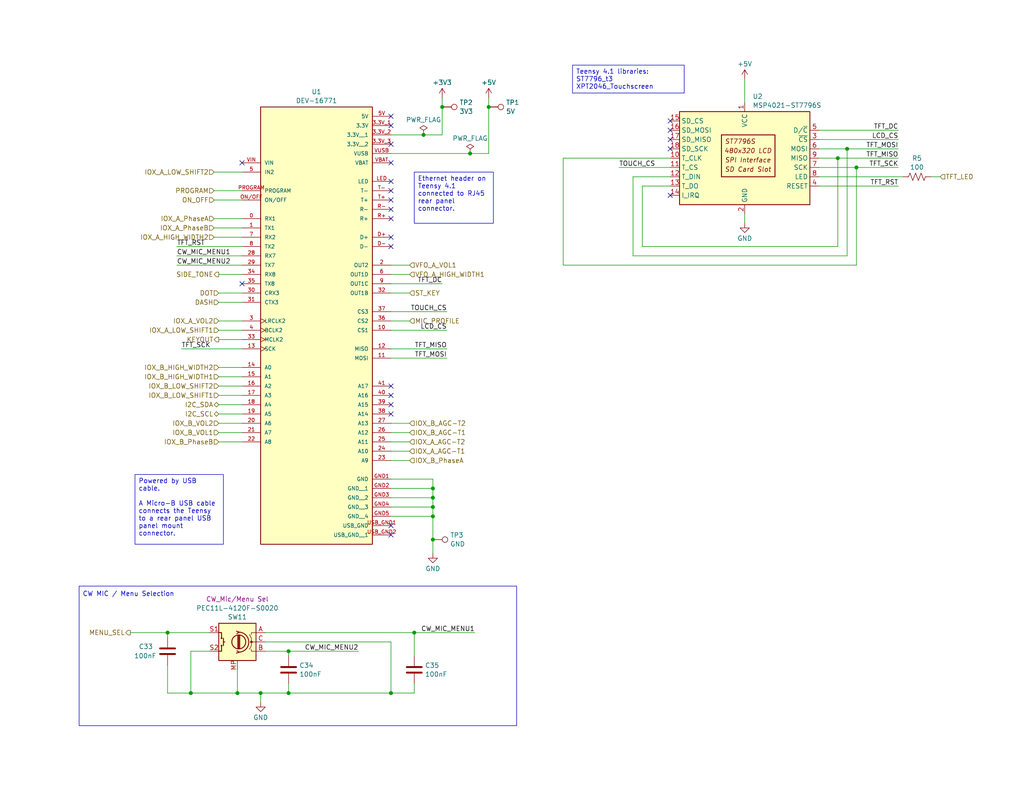
<source format=kicad_sch>
(kicad_sch (version 20250114) (generator "eeschema") (generator_version "9.0")
  (paper "USLetter")
  (title_block (title "KD0RC TeensyMaestro") (date "2025-07-27") (rev "v3.0") (company "NV0E") (comment 1 "Based on original design by KD0RC.") (comment 3 "PCB design by NV0E"))
  (lib_symbols
    (symbol "Connector:TestPoint" (pin_numbers (hide yes)) (pin_names (offset 0.762) (hide yes))
      (property "Reference" "TP" (at 0 6.858 0))
      (property "Value" "TestPoint" (at 0 5.08 0))
      (symbol "TestPoint_0_1"
        (circle (center 0 3.302) (radius 0.762))
      )
      (symbol "TestPoint_1_1"
        (pin passive line (at 0 0 90) (length 2.54) (name "1") (number "1"))
      )
    )
    (symbol "DEV-16771:DEV-16771" (pin_names (offset 1.016))
      (property "Reference" "U" (at -15.24 52.07 0))
      (property "Value" "DEV-16771" (at -15.24 -71.12 0))
      (symbol "DEV-16771_0_0"
        (rectangle (start -15.24 -68.58) (end 15.24 50.8) (stroke (width 0.254)) (fill (type background)))
        (pin input line (at -20.32 35.56 0) (length 5.08) (name "VIN") (number "VIN"))
        (pin bidirectional line (at -20.32 33.02 0) (length 5.08) (name "IN2") (number "5"))
        (pin bidirectional line (at -20.32 27.94 0) (length 5.08) (name "PROGRAM") (number "PROGRAM"))
        (pin bidirectional line (at -20.32 25.4 0) (length 5.08) (name "ON/OFF") (number "ON/OFF"))
        (pin bidirectional line (at -20.32 20.32 0) (length 5.08) (name "RX1") (number "0"))
        (pin bidirectional line (at -20.32 17.78 0) (length 5.08) (name "TX1") (number "1"))
        (pin bidirectional line (at -20.32 15.24 0) (length 5.08) (name "RX2") (number "7"))
        (pin bidirectional line (at -20.32 12.7 0) (length 5.08) (name "TX2") (number "8"))
        (pin bidirectional line (at -20.32 10.16 0) (length 5.08) (name "RX7") (number "28"))
        (pin bidirectional line (at -20.32 7.62 0) (length 5.08) (name "TX7") (number "29"))
        (pin bidirectional line (at -20.32 5.08 0) (length 5.08) (name "RX8") (number "34"))
        (pin bidirectional line (at -20.32 2.54 0) (length 5.08) (name "TX8") (number "35"))
        (pin bidirectional line (at -20.32 0 0) (length 5.08) (name "CRX3") (number "30"))
        (pin bidirectional line (at -20.32 -2.54 0) (length 5.08) (name "CTX3") (number "31"))
        (pin bidirectional clock (at -20.32 -7.62 0) (length 5.08) (name "LRCLK2") (number "3"))
        (pin bidirectional clock (at -20.32 -10.16 0) (length 5.08) (name "BCLK2") (number "4"))
        (pin bidirectional clock (at -20.32 -12.7 0) (length 5.08) (name "MCLK2") (number "33"))
        (pin bidirectional clock (at -20.32 -15.24 0) (length 5.08) (name "SCK") (number "13"))
        (pin bidirectional line (at -20.32 -20.32 0) (length 5.08) (name "A0") (number "14"))
        (pin bidirectional line (at -20.32 -22.86 0) (length 5.08) (name "A1") (number "15"))
        (pin bidirectional line (at -20.32 -25.4 0) (length 5.08) (name "A2") (number "16"))
        (pin bidirectional line (at -20.32 -27.94 0) (length 5.08) (name "A3") (number "17"))
        (pin bidirectional line (at -20.32 -30.48 0) (length 5.08) (name "A4") (number "18"))
        (pin bidirectional line (at -20.32 -33.02 0) (length 5.08) (name "A5") (number "19"))
        (pin bidirectional line (at -20.32 -35.56 0) (length 5.08) (name "A6") (number "20"))
        (pin bidirectional line (at -20.32 -38.1 0) (length 5.08) (name "A7") (number "21"))
        (pin bidirectional line (at -20.32 -40.64 0) (length 5.08) (name "A8") (number "22"))
        (pin power_in line (at 20.32 48.26 180) (length 5.08) (name "5V") (number "5V"))
        (pin power_in line (at 20.32 45.72 180) (length 5.08) (name "3.3V") (number "3.3V_1"))
        (pin power_in line (at 20.32 43.18 180) (length 5.08) (name "3.3V__1") (number "3.3V_2"))
        (pin power_in line (at 20.32 40.64 180) (length 5.08) (name "3.3V__2") (number "3.3V_3"))
        (pin passive line (at 20.32 38.1 180) (length 5.08) (name "VUSB") (number "VUSB"))
        (pin passive line (at 20.32 35.56 180) (length 5.08) (name "VBAT") (number "VBAT"))
        (pin bidirectional line (at 20.32 30.48 180) (length 5.08) (name "LED") (number "LED"))
        (pin bidirectional line (at 20.32 27.94 180) (length 5.08) (name "T-") (number "T-"))
        (pin bidirectional line (at 20.32 25.4 180) (length 5.08) (name "T+") (number "T+"))
        (pin bidirectional line (at 20.32 22.86 180) (length 5.08) (name "R-") (number "R-"))
        (pin bidirectional line (at 20.32 20.32 180) (length 5.08) (name "R+") (number "R+"))
        (pin bidirectional line (at 20.32 15.24 180) (length 5.08) (name "D+") (number "D+"))
        (pin bidirectional line (at 20.32 12.7 180) (length 5.08) (name "D-") (number "D-"))
        (pin output line (at 20.32 7.62 180) (length 5.08) (name "OUT2") (number "2"))
        (pin output line (at 20.32 5.08 180) (length 5.08) (name "OUT1D") (number "6"))
        (pin output line (at 20.32 2.54 180) (length 5.08) (name "OUT1C") (number "9"))
        (pin output line (at 20.32 0 180) (length 5.08) (name "OUT1B") (number "32"))
        (pin bidirectional line (at 20.32 -5.08 180) (length 5.08) (name "CS3") (number "37"))
        (pin bidirectional line (at 20.32 -7.62 180) (length 5.08) (name "CS2") (number "36"))
        (pin bidirectional line (at 20.32 -10.16 180) (length 5.08) (name "CS1") (number "10"))
        (pin bidirectional line (at 20.32 -15.24 180) (length 5.08) (name "MISO") (number "12"))
        (pin bidirectional line (at 20.32 -17.78 180) (length 5.08) (name "MOSI") (number "11"))
        (pin bidirectional line (at 20.32 -25.4 180) (length 5.08) (name "A17") (number "41"))
        (pin bidirectional line (at 20.32 -27.94 180) (length 5.08) (name "A16") (number "40"))
        (pin bidirectional line (at 20.32 -30.48 180) (length 5.08) (name "A15") (number "39"))
        (pin bidirectional line (at 20.32 -33.02 180) (length 5.08) (name "A14") (number "38"))
        (pin bidirectional line (at 20.32 -35.56 180) (length 5.08) (name "A13") (number "27"))
        (pin bidirectional line (at 20.32 -38.1 180) (length 5.08) (name "A12") (number "26"))
        (pin bidirectional line (at 20.32 -40.64 180) (length 5.08) (name "A11") (number "25"))
        (pin bidirectional line (at 20.32 -43.18 180) (length 5.08) (name "A10") (number "24"))
        (pin bidirectional line (at 20.32 -45.72 180) (length 5.08) (name "A9") (number "23"))
        (pin power_in line (at 20.32 -50.8 180) (length 5.08) (name "GND") (number "GND1"))
        (pin power_in line (at 20.32 -53.34 180) (length 5.08) (name "GND__1") (number "GND2"))
        (pin power_in line (at 20.32 -55.88 180) (length 5.08) (name "GND__2") (number "GND3"))
        (pin power_in line (at 20.32 -58.42 180) (length 5.08) (name "GND__3") (number "GND4"))
        (pin power_in line (at 20.32 -60.96 180) (length 5.08) (name "GND__4") (number "GND5"))
        (pin power_in line (at 20.32 -63.5 180) (length 5.08) (name "USB_GND") (number "USB_GND1"))
        (pin power_in line (at 20.32 -66.04 180) (length 5.08) (name "USB_GND__1") (number "USB_GND2"))
      )
    )
    (symbol "Device:C" (pin_numbers (hide yes)) (pin_names (offset 0.254))
      (property "Reference" "C" (at 0.635 2.54 0))
      (property "Value" "C" (at 0.635 -2.54 0))
      (symbol "C_0_1"
        (polyline (pts (xy -2.032 0.762) (xy 2.032 0.762)) (stroke (width 0.508)))
        (polyline (pts (xy -2.032 -0.762) (xy 2.032 -0.762)) (stroke (width 0.508)))
      )
      (symbol "C_1_1"
        (pin passive line (at 0 3.81 270) (length 2.794) (name "~") (number "1"))
        (pin passive line (at 0 -3.81 90) (length 2.794) (name "~") (number "2"))
      )
    )
    (symbol "Device:R_US" (pin_numbers (hide yes)) (pin_names (offset 0))
      (property "Reference" "R" (at 2.54 0 90))
      (property "Value" "R_US" (at -2.54 0 90))
      (symbol "R_US_0_1"
        (polyline (pts (xy 0 2.286) (xy 0 2.54)))
        (polyline (pts (xy 0 2.286) (xy 1.016 1.905) (xy 0 1.524) (xy -1.016 1.143) (xy 0 0.762)))
        (polyline (pts (xy 0 0.762) (xy 1.016 0.381) (xy 0 0) (xy -1.016 -0.381) (xy 0 -0.762)))
        (polyline (pts (xy 0 -0.762) (xy 1.016 -1.143) (xy 0 -1.524) (xy -1.016 -1.905) (xy 0 -2.286)))
        (polyline (pts (xy 0 -2.286) (xy 0 -2.54)))
      )
      (symbol "R_US_1_1"
        (pin passive line (at 0 3.81 270) (length 1.27) (name "~") (number "1"))
        (pin passive line (at 0 -3.81 90) (length 1.27) (name "~") (number "2"))
      )
    )
    (symbol "Device:RotaryEncoder_Switch_MP" (pin_names (offset 0.254) (hide yes))
      (property "Reference" "SW" (at 0 8.89 0))
      (property "Value" "RotaryEncoder_Switch_MP" (at 0 6.35 0))
      (symbol "RotaryEncoder_Switch_MP_0_1"
        (rectangle (start -5.08 5.08) (end 5.08 -5.08) (stroke (width 0.254)) (fill (type background)))
        (polyline (pts (xy -5.08 2.54) (xy -3.81 2.54) (xy -3.81 2.032)))
        (polyline (pts (xy -5.08 0) (xy -3.81 0) (xy -3.81 -1.016) (xy -3.302 -2.032)))
        (polyline (pts (xy -5.08 -2.54) (xy -3.81 -2.54) (xy -3.81 -2.032)))
        (polyline (pts (xy -4.318 0) (xy -3.81 0) (xy -3.81 1.016) (xy -3.302 2.032)))
        (circle (center -3.81 0) (radius 0.254) (fill (type outline)))
        (polyline (pts (xy -0.635 -1.778) (xy -0.635 1.778)) (stroke (width 0.254)))
        (circle (center -0.381 0) (radius 1.905) (stroke (width 0.254)))
        (polyline (pts (xy -0.381 -1.778) (xy -0.381 1.778)) (stroke (width 0.254)))
        (arc (start -0.381 -2.794) (mid -3.0988 -0.0635) (end -0.381 2.667) (stroke (width 0.254)))
        (polyline (pts (xy -0.127 1.778) (xy -0.127 -1.778)) (stroke (width 0.254)))
        (polyline (pts (xy 0.254 2.921) (xy -0.508 2.667) (xy 0.127 2.286)) (stroke (width 0.254)))
        (polyline (pts (xy 0.254 -3.048) (xy -0.508 -2.794) (xy 0.127 -2.413)) (stroke (width 0.254)))
        (polyline (pts (xy 3.81 1.016) (xy 3.81 -1.016)) (stroke (width 0.254)))
        (polyline (pts (xy 3.81 0) (xy 3.429 0)) (stroke (width 0.254)))
        (circle (center 4.318 1.016) (radius 0.127) (stroke (width 0.254)))
        (circle (center 4.318 -1.016) (radius 0.127) (stroke (width 0.254)))
        (polyline (pts (xy 5.08 2.54) (xy 4.318 2.54) (xy 4.318 1.016)) (stroke (width 0.254)))
        (polyline (pts (xy 5.08 -2.54) (xy 4.318 -2.54) (xy 4.318 -1.016)) (stroke (width 0.254)))
      )
      (symbol "RotaryEncoder_Switch_MP_1_1"
        (pin passive line (at -7.62 2.54 0) (length 2.54) (name "A") (number "A"))
        (pin passive line (at -7.62 0 0) (length 2.54) (name "C") (number "C"))
        (pin passive line (at -7.62 -2.54 0) (length 2.54) (name "B") (number "B"))
        (pin passive line (at 0 -7.62 90) (length 2.54) (name "MP") (number "MP"))
        (pin passive line (at 7.62 2.54 180) (length 2.54) (name "S1") (number "S1"))
        (pin passive line (at 7.62 -2.54 180) (length 2.54) (name "S2") (number "S2"))
      )
    )
    (symbol "RIMU_Display_Graphic:MSP4021-ST7796S"
      (property "Reference" "U" (at -17.272 13.97 0))
      (property "Value" "MSP4021-ST7796S" (at 12.192 14.224 0))
      (symbol "MSP4021-ST7796S_0_0"
        (text "SPI Interface" (at -5.461 -0.508 0) (effects (font (size 1.27 1.27) (italic yes)) (justify left)))
        (text "SD Card Slot" (at -5.461 -3.048 0) (effects (font (size 1.27 1.27) (italic yes)) (justify left)))
      )
      (symbol "MSP4021-ST7796S_0_1"
        (rectangle (start -17.78 12.7) (end 17.78 -12.7) (stroke (width 0.254)) (fill (type background)))
        (rectangle (start -6.35 6.35) (end 8.255 -5.08) (stroke (width 0.254)))
      )
      (symbol "MSP4021-ST7796S_1_0"
        (text "ST7796S" (at -5.461 4.572 0) (effects (font (size 1.27 1.27) (italic yes)) (justify left)))
        (text "480x320 LCD" (at 0.889 2.032 0) (effects (font (size 1.27 1.27) (italic yes))))
        (pin input line (at -20.32 -2.54 0) (length 2.54) (name "T_CS") (number "11"))
        (pin input line (at -20.32 -5.08 0) (length 2.54) (name "T_DIN") (number "12"))
        (pin output line (at -20.32 -7.62 0) (length 2.54) (name "T_DO") (number "13"))
        (pin input line (at -20.32 -10.16 0) (length 2.54) (name "I_IRQ") (number "14"))
      )
      (symbol "MSP4021-ST7796S_1_1"
        (pin input line (at -20.32 10.16 0) (length 2.54) (name "SD_CS") (number "15"))
        (pin input line (at -20.32 7.62 0) (length 2.54) (name "SD_MOSI") (number "16"))
        (pin output line (at -20.32 5.08 0) (length 2.54) (name "SD_MISO") (number "17"))
        (pin input line (at -20.32 2.54 0) (length 2.54) (name "SD_SCK") (number "18"))
        (pin input line (at -20.32 0 0) (length 2.54) (name "T_CLK") (number "10"))
        (pin power_in line (at 0 15.24 270) (length 2.54) (name "VCC") (number "1"))
        (pin power_in line (at 0 -15.24 90) (length 2.54) (name "GND") (number "2"))
        (pin input line (at 20.32 7.62 180) (length 2.54) (name "D/~{C}") (number "5"))
        (pin input line (at 20.32 5.08 180) (length 2.54) (name "~{CS}") (number "3"))
        (pin input line (at 20.32 2.54 180) (length 2.54) (name "MOSI") (number "6"))
        (pin output line (at 20.32 0 180) (length 2.54) (name "MISO") (number "9"))
        (pin input line (at 20.32 -2.54 180) (length 2.54) (name "SCK") (number "7"))
        (pin input line (at 20.32 -5.08 180) (length 2.54) (name "LED") (number "8"))
        (pin input line (at 20.32 -7.62 180) (length 2.54) (name "RESET") (number "4"))
      )
    )
    (symbol "power:+3.3V" (power) (pin_numbers (hide yes)) (pin_names (offset 0) (hide yes))
      (property "Value" "+3.3V" (at 0 3.556 0))
      (symbol "+3.3V_0_1"
        (polyline (pts (xy -0.762 1.27) (xy 0 2.54)))
        (polyline (pts (xy 0 2.54) (xy 0.762 1.27)))
        (polyline (pts (xy 0 0) (xy 0 2.54)))
      )
      (symbol "+3.3V_1_1"
        (pin power_in line (at 0 0 90) (length 0) (name "~") (number "1"))
      )
    )
    (symbol "power:+5V" (power) (pin_numbers (hide yes)) (pin_names (offset 0) (hide yes))
      (property "Value" "+5V" (at 0 3.556 0))
      (symbol "+5V_0_1"
        (polyline (pts (xy -0.762 1.27) (xy 0 2.54)))
        (polyline (pts (xy 0 2.54) (xy 0.762 1.27)))
        (polyline (pts (xy 0 0) (xy 0 2.54)))
      )
      (symbol "+5V_1_1"
        (pin power_in line (at 0 0 90) (length 0) (name "~") (number "1"))
      )
    )
    (symbol "power:GND" (power) (pin_numbers (hide yes)) (pin_names (offset 0) (hide yes))
      (property "Value" "GND" (at 0 -3.81 0))
      (symbol "GND_0_1"
        (polyline (pts (xy 0 0) (xy 0 -1.27) (xy 1.27 -1.27) (xy 0 -2.54) (xy -1.27 -1.27) (xy 0 -1.27)))
      )
      (symbol "GND_1_1"
        (pin power_in line (at 0 0 270) (length 0) (name "~") (number "1"))
      )
    )
    (symbol "power:PWR_FLAG" (power) (pin_numbers (hide yes)) (pin_names (offset 0) (hide yes))
      (property "Value" "PWR_FLAG" (at 0 3.81 0))
      (symbol "PWR_FLAG_0_0"
        (pin power_out line (at 0 0 90) (length 0) (name "~") (number "1"))
      )
      (symbol "PWR_FLAG_0_1"
        (polyline (pts (xy 0 0) (xy 0 1.27) (xy -1.016 1.905) (xy 0 2.54) (xy 1.016 1.905) (xy 0 1.27)))
      )
    )
  )
  (rectangle (start 21.59 160.02) (end 140.97 198.12))
  (text "CW MIC / Menu Selection" (at 35.052 162.306 0) (effects (font (size 1.27 1.27))))
  (text_box "Teensy 4.1 libraries:\nST7796_t3\nXPT2046_Touchscreen" (at 156.21 17.78 0) (size 30.48 7.62) (margins 0.9525 0.9525 0.9525 0.9525) (effects (font (size 1.27 1.27)) (justify left top)))
  (text_box "Ethernet header on Teensy 4.1 connected to RJ45 rear panel connector." (at 113.03 46.99 0) (size 21.59 13.97) (margins 0.9525 0.9525 0.9525 0.9525) (effects (font (size 1.27 1.27)) (justify left top)))
  (text_box "Powered by USB cable.\n\nA Micro-B USB cable connects the Teensy to a rear panel USB panel mount connector." (at 36.83 129.54 0) (size 24.13 19.05) (margins 0.9525 0.9525 0.9525 0.9525) (effects (font (size 1.27 1.27)) (justify left top)))
  (junction (at 71.12 189.23))
  (junction (at 118.11 138.43))
  (junction (at 64.77 189.23))
  (junction (at 228.6 43.18))
  (junction (at 78.74 189.23))
  (junction (at 52.07 189.23))
  (junction (at 118.11 135.89))
  (junction (at 118.11 133.35))
  (junction (at 78.74 177.8))
  (junction (at 106.68 189.23))
  (junction (at 115.57 36.83))
  (junction (at 233.68 45.72))
  (junction (at 113.03 172.72))
  (junction (at 128.27 41.91))
  (junction (at 45.72 172.72))
  (junction (at 133.35 29.21))
  (junction (at 118.11 140.97))
  (junction (at 118.11 147.32))
  (junction (at 120.65 29.21))
  (junction (at 231.14 40.64))
  (no_connect (at 66.04 44.45))
  (no_connect (at 66.04 77.47))
  (no_connect (at 106.68 52.07))
  (no_connect (at 106.68 57.15))
  (no_connect (at 106.68 107.95))
  (no_connect (at 106.68 34.29))
  (no_connect (at 182.88 53.34))
  (no_connect (at 182.88 35.56))
  (no_connect (at 106.68 110.49))
  (no_connect (at 106.68 143.51))
  (no_connect (at 182.88 40.64))
  (no_connect (at 106.68 49.53))
  (no_connect (at 106.68 54.61))
  (no_connect (at 106.68 113.03))
  (no_connect (at 106.68 59.69))
  (no_connect (at 106.68 67.31))
  (no_connect (at 182.88 38.1))
  (no_connect (at 182.88 33.02))
  (no_connect (at 106.68 64.77))
  (no_connect (at 106.68 39.37))
  (no_connect (at 106.68 44.45))
  (no_connect (at 106.68 105.41))
  (no_connect (at 106.68 146.05))
  (no_connect (at 106.68 31.75))
  (wire (pts (xy 106.68 138.43) (xy 118.11 138.43)))
  (wire (pts (xy 45.72 172.72) (xy 57.15 172.72)))
  (wire (pts (xy 133.35 26.67) (xy 133.35 29.21)))
  (wire (pts (xy 228.6 43.18) (xy 228.6 67.31)))
  (wire (pts (xy 106.68 95.25) (xy 121.92 95.25)))
  (wire (pts (xy 58.42 64.77) (xy 66.04 64.77)))
  (wire (pts (xy 223.52 48.26) (xy 246.38 48.26)))
  (wire (pts (xy 58.42 52.07) (xy 66.04 52.07)))
  (wire (pts (xy 182.88 43.18) (xy 153.67 43.18)))
  (wire (pts (xy 59.69 118.11) (xy 66.04 118.11)))
  (wire (pts (xy 175.26 50.8) (xy 175.26 67.31)))
  (wire (pts (xy 231.14 40.64) (xy 231.14 69.85)))
  (wire (pts (xy 48.26 67.31) (xy 66.04 67.31)))
  (wire (pts (xy 78.74 177.8) (xy 97.79 177.8)))
  (wire (pts (xy 59.69 82.55) (xy 66.04 82.55)))
  (wire (pts (xy 113.03 186.69) (xy 113.03 189.23)))
  (wire (pts (xy 78.74 177.8) (xy 78.74 179.07)))
  (wire (pts (xy 106.68 130.81) (xy 118.11 130.81)))
  (wire (pts (xy 59.69 92.71) (xy 66.04 92.71)))
  (wire (pts (xy 118.11 130.81) (xy 118.11 133.35)))
  (wire (pts (xy 153.67 43.18) (xy 153.67 72.39)))
  (wire (pts (xy 106.68 72.39) (xy 111.76 72.39)))
  (wire (pts (xy 59.69 105.41) (xy 66.04 105.41)))
  (wire (pts (xy 59.69 100.33) (xy 66.04 100.33)))
  (wire (pts (xy 118.11 151.13) (xy 118.11 147.32)))
  (wire (pts (xy 52.07 189.23) (xy 64.77 189.23)))
  (wire (pts (xy 72.39 175.26) (xy 106.68 175.26)))
  (wire (pts (xy 203.2 58.42) (xy 203.2 60.96)))
  (wire (pts (xy 45.72 181.61) (xy 45.72 189.23)))
  (wire (pts (xy 58.42 54.61) (xy 66.04 54.61)))
  (wire (pts (xy 59.69 90.17) (xy 66.04 90.17)))
  (wire (pts (xy 228.6 43.18) (xy 245.11 43.18)))
  (wire (pts (xy 48.26 72.39) (xy 66.04 72.39)))
  (wire (pts (xy 233.68 45.72) (xy 233.68 72.39)))
  (wire (pts (xy 113.03 172.72) (xy 113.03 179.07)))
  (wire (pts (xy 106.68 77.47) (xy 120.65 77.47)))
  (wire (pts (xy 106.68 120.65) (xy 111.76 120.65)))
  (wire (pts (xy 182.88 48.26) (xy 172.72 48.26)))
  (wire (pts (xy 64.77 189.23) (xy 71.12 189.23)))
  (wire (pts (xy 106.68 118.11) (xy 111.76 118.11)))
  (wire (pts (xy 115.57 36.83) (xy 106.68 36.83)))
  (wire (pts (xy 223.52 43.18) (xy 228.6 43.18)))
  (wire (pts (xy 59.69 120.65) (xy 66.04 120.65)))
  (wire (pts (xy 231.14 40.64) (xy 245.11 40.64)))
  (wire (pts (xy 59.69 87.63) (xy 66.04 87.63)))
  (wire (pts (xy 59.69 110.49) (xy 66.04 110.49)))
  (wire (pts (xy 106.68 85.09) (xy 121.92 85.09)))
  (wire (pts (xy 223.52 40.64) (xy 231.14 40.64)))
  (wire (pts (xy 106.68 80.01) (xy 111.76 80.01)))
  (wire (pts (xy 72.39 177.8) (xy 78.74 177.8)))
  (wire (pts (xy 106.68 90.17) (xy 121.92 90.17)))
  (wire (pts (xy 106.68 140.97) (xy 118.11 140.97)))
  (wire (pts (xy 58.42 59.69) (xy 66.04 59.69)))
  (wire (pts (xy 172.72 69.85) (xy 231.14 69.85)))
  (wire (pts (xy 233.68 45.72) (xy 245.11 45.72)))
  (wire (pts (xy 106.68 133.35) (xy 118.11 133.35)))
  (wire (pts (xy 52.07 177.8) (xy 52.07 189.23)))
  (wire (pts (xy 71.12 189.23) (xy 78.74 189.23)))
  (wire (pts (xy 78.74 186.69) (xy 78.74 189.23)))
  (wire (pts (xy 223.52 38.1) (xy 245.11 38.1)))
  (wire (pts (xy 106.68 175.26) (xy 106.68 189.23)))
  (wire (pts (xy 175.26 67.31) (xy 228.6 67.31)))
  (wire (pts (xy 58.42 46.99) (xy 66.04 46.99)))
  (wire (pts (xy 106.68 189.23) (xy 113.03 189.23)))
  (wire (pts (xy 45.72 189.23) (xy 52.07 189.23)))
  (wire (pts (xy 168.91 45.72) (xy 182.88 45.72)))
  (wire (pts (xy 78.74 189.23) (xy 106.68 189.23)))
  (wire (pts (xy 72.39 172.72) (xy 113.03 172.72)))
  (wire (pts (xy 120.65 36.83) (xy 115.57 36.83)))
  (wire (pts (xy 59.69 102.87) (xy 66.04 102.87)))
  (wire (pts (xy 106.68 87.63) (xy 111.76 87.63)))
  (wire (pts (xy 106.68 115.57) (xy 111.76 115.57)))
  (wire (pts (xy 57.15 177.8) (xy 52.07 177.8)))
  (wire (pts (xy 118.11 138.43) (xy 118.11 140.97)))
  (wire (pts (xy 45.72 172.72) (xy 45.72 173.99)))
  (wire (pts (xy 172.72 48.26) (xy 172.72 69.85)))
  (wire (pts (xy 59.69 107.95) (xy 66.04 107.95)))
  (wire (pts (xy 59.69 115.57) (xy 66.04 115.57)))
  (wire (pts (xy 118.11 147.32) (xy 118.11 140.97)))
  (wire (pts (xy 59.69 80.01) (xy 66.04 80.01)))
  (wire (pts (xy 106.68 125.73) (xy 111.76 125.73)))
  (wire (pts (xy 71.12 189.23) (xy 71.12 191.77)))
  (wire (pts (xy 118.11 135.89) (xy 118.11 138.43)))
  (wire (pts (xy 106.68 123.19) (xy 111.76 123.19)))
  (wire (pts (xy 120.65 29.21) (xy 120.65 36.83)))
  (wire (pts (xy 223.52 50.8) (xy 245.11 50.8)))
  (wire (pts (xy 133.35 29.21) (xy 133.35 41.91)))
  (wire (pts (xy 113.03 172.72) (xy 129.54 172.72)))
  (wire (pts (xy 35.56 172.72) (xy 45.72 172.72)))
  (wire (pts (xy 106.68 74.93) (xy 111.76 74.93)))
  (wire (pts (xy 59.69 113.03) (xy 66.04 113.03)))
  (wire (pts (xy 153.67 72.39) (xy 233.68 72.39)))
  (wire (pts (xy 106.68 135.89) (xy 118.11 135.89)))
  (wire (pts (xy 106.68 97.79) (xy 121.92 97.79)))
  (wire (pts (xy 49.53 95.25) (xy 66.04 95.25)))
  (wire (pts (xy 48.26 69.85) (xy 66.04 69.85)))
  (wire (pts (xy 58.42 62.23) (xy 66.04 62.23)))
  (wire (pts (xy 254 48.26) (xy 256.54 48.26)))
  (wire (pts (xy 118.11 133.35) (xy 118.11 135.89)))
  (wire (pts (xy 120.65 26.67) (xy 120.65 29.21)))
  (wire (pts (xy 203.2 21.59) (xy 203.2 27.94)))
  (wire (pts (xy 182.88 50.8) (xy 175.26 50.8)))
  (wire (pts (xy 106.68 41.91) (xy 128.27 41.91)))
  (wire (pts (xy 64.77 182.88) (xy 64.77 189.23)))
  (wire (pts (xy 59.69 74.93) (xy 66.04 74.93)))
  (wire (pts (xy 223.52 35.56) (xy 245.11 35.56)))
  (wire (pts (xy 223.52 45.72) (xy 233.68 45.72)))
  (wire (pts (xy 128.27 41.91) (xy 133.35 41.91)))
  (label "TFT_DC" (at 120.65 77.47 180))
  (label "TOUCH_CS" (at 121.92 85.09 180))
  (label "TFT_SCK" (at 49.53 95.25 0))
  (label "TFT_SCK" (at 245.11 45.72 180))
  (label "TFT_RST" (at 48.26 67.31 0))
  (label "TFT_RST" (at 245.11 50.8 180))
  (label "TFT_MOSI" (at 245.11 40.64 180))
  (label "TOUCH_CS" (at 168.91 45.72 0))
  (label "LCD_CS" (at 245.11 38.1 180))
  (label "LCD_CS" (at 121.92 90.17 180))
  (label "CW_MIC_MENU1" (at 48.26 69.85 0))
  (label "CW_MIC_MENU2" (at 97.79 177.8 180))
  (label "CW_MIC_MENU1" (at 129.54 172.72 180))
  (label "TFT_MISO" (at 121.92 95.25 180))
  (label "CW_MIC_MENU2" (at 48.26 72.39 0))
  (label "TFT_DC" (at 245.11 35.56 180))
  (label "TFT_MISO" (at 245.11 43.18 180))
  (label "TFT_MOSI" (at 121.92 97.79 180))
  (hierarchical_label "DASH" (shape input) (at 59.69 82.55 180))
  (hierarchical_label "IOX_A_LOW_SHIFT1" (shape input) (at 59.69 90.17 180))
  (hierarchical_label "TFT_LED" (shape input) (at 256.54 48.26 0))
  (hierarchical_label "KEYOUT" (shape output) (at 59.69 92.71 180))
  (hierarchical_label "IOX_B_PhaseB" (shape input) (at 59.69 120.65 180))
  (hierarchical_label "IOX_B_LOW_SHIFT1" (shape input) (at 59.69 107.95 180))
  (hierarchical_label "IOX_B_LOW_SHIFT2" (shape input) (at 59.69 105.41 180))
  (hierarchical_label "IOX_A_AGC-T2" (shape input) (at 111.76 120.65 0))
  (hierarchical_label "MIC_PROFILE" (shape input) (at 111.76 87.63 0))
  (hierarchical_label "PROGRAM" (shape input) (at 58.42 52.07 180))
  (hierarchical_label "IOX_A_VOL2" (shape input) (at 59.69 87.63 180))
  (hierarchical_label "ON_OFF" (shape input) (at 58.42 54.61 180))
  (hierarchical_label "VFO_A_HIGH_WIDTH1" (shape input) (at 111.76 74.93 0))
  (hierarchical_label "I2C_SDA" (shape bidirectional) (at 59.69 110.49 180))
  (hierarchical_label "IOX_B_HIGH_WIDTH1" (shape input) (at 59.69 102.87 180))
  (hierarchical_label "IOX_B_AGC-T1" (shape input) (at 111.76 118.11 0))
  (hierarchical_label "IOX_B_PhaseA" (shape input) (at 111.76 125.73 0))
  (hierarchical_label "IOX_B_VOL2" (shape input) (at 59.69 115.57 180))
  (hierarchical_label "I2C_SCL" (shape bidirectional) (at 59.69 113.03 180))
  (hierarchical_label "IOX_A_PhaseA" (shape input) (at 58.42 59.69 180))
  (hierarchical_label "VFO_A_VOL1" (shape input) (at 111.76 72.39 0))
  (hierarchical_label "SIDE_TONE" (shape output) (at 59.69 74.93 180))
  (hierarchical_label "IOX_A_PhaseB" (shape input) (at 58.42 62.23 180))
  (hierarchical_label "IOX_A_AGC-T1" (shape input) (at 111.76 123.19 0))
  (hierarchical_label "IOX_B_VOL1" (shape input) (at 59.69 118.11 180))
  (hierarchical_label "DOT" (shape input) (at 59.69 80.01 180))
  (hierarchical_label "IOX_A_LOW_SHIFT2" (shape input) (at 58.42 46.99 180))
  (hierarchical_label "IOX_A_HIGH_WIDTH2" (shape input) (at 58.42 64.77 180))
  (hierarchical_label "ST_KEY" (shape input) (at 111.76 80.01 0))
  (hierarchical_label "IOX_B_HIGH_WIDTH2" (shape input) (at 59.69 100.33 180))
  (hierarchical_label "IOX_B_AGC-T2" (shape input) (at 111.76 115.57 0))
  (hierarchical_label "MENU_SEL" (shape output) (at 35.56 172.72 180))
  (symbol (lib_id "power:+5V") (at 133.35 26.67 0) (unit 1)
    (property "Reference" "#PWR024" (effects (hide yes)))
    (property "Value" "+5V" (at 133.35 22.5369 0))
    (property "Description" "Power symbol creates a global label with name \"+5V\"" (effects (hide yes)))
  )
  (symbol (lib_id "Device:RotaryEncoder_Switch_MP") (at 64.77 175.26 0) (mirror y) (unit 1)
    (property "Reference" "SW11" (at 64.77 168.4599 0))
    (property "Value" "PEC11L-4120F-S0020" (at 64.77 166.0356 0))
    (property "Footprint" "RIMU_Encoders:PEC11L4115FS0020" (effects (hide yes)))
    (property "Description" "Rotary encoder, dual channel, incremental quadrate outputs, with switch and MP Pin" (effects (hide yes)))
    (property "Purpose" "CW_Mic/Menu Sel" (at 64.77 163.576 0))
  )
  (symbol (lib_id "Connector:TestPoint") (at 120.65 29.21 270) (unit 1)
    (property "Reference" "TP2" (at 125.349 27.9978 90) (effects (justify left)))
    (property "Value" "3V3" (at 125.349 30.4221 90) (effects (justify left)))
    (property "Footprint" "TestPoint:TestPoint_Loop_D2.54mm_Drill1.5mm_Beaded" (effects (hide yes)))
    (property "Description" "test point" (effects (hide yes)))
  )
  (symbol (lib_id "Device:R_US") (at 250.19 48.26 90) (unit 1)
    (property "Reference" "R5" (at 250.19 43.2265 90))
    (property "Value" "100" (at 250.19 45.6508 90))
    (property "Footprint" "Resistor_THT:R_Axial_DIN0207_L6.3mm_D2.5mm_P10.16mm_Horizontal" (effects (hide yes)))
    (property "Description" "Resistor, US symbol" (effects (hide yes)))
  )
  (symbol (lib_id "power:+3.3V") (at 120.65 26.67 0) (unit 1)
    (property "Reference" "#PWR022" (effects (hide yes)))
    (property "Value" "+3V3" (at 120.65 22.5369 0))
    (property "Description" "Power symbol creates a global label with name \"+3.3V\"" (effects (hide yes)))
  )
  (symbol (lib_id "power:+5V") (at 203.2 21.59 0) (unit 1)
    (property "Reference" "#PWR025" (effects (hide yes)))
    (property "Value" "+5V" (at 203.2 17.4569 0))
    (property "Description" "Power symbol creates a global label with name \"+5V\"" (effects (hide yes)))
  )
  (symbol (lib_id "DEV-16771:DEV-16771") (at 86.36 80.01 0) (unit 1)
    (property "Reference" "U1" (at 86.36 25.0655 0))
    (property "Value" "DEV-16771" (at 86.36 27.4898 0))
    (property "Footprint" "Teensy:MODULE_DEV-16771" (effects (hide yes)))
    (property "PARTREV" "4.1" (effects (hide yes)))
    (property "MANUFACTURER" "SparkFun Electronics" (effects (hide yes)))
    (property "MAXIMUM_PACKAGE_HEIGHT" "4.07mm" (effects (hide yes)))
    (property "STANDARD" "Manufacturer recommendations" (effects (hide yes)))
  )
  (symbol (lib_id "power:GND") (at 71.12 191.77 0) (unit 1)
    (property "Reference" "#PWR021" (effects (hide yes)))
    (property "Value" "GND" (at 71.12 195.9031 0))
    (property "Description" "Power symbol creates a global label with name \"GND\" , ground" (effects (hide yes)))
  )
  (symbol (lib_id "power:PWR_FLAG") (at 115.57 36.83 0) (unit 1)
    (property "Reference" "#FLG01" (effects (hide yes)))
    (property "Value" "PWR_FLAG" (at 115.57 32.6969 0))
    (property "Description" "Special symbol for telling ERC where power comes from" (effects (hide yes)))
  )
  (symbol (lib_id "Connector:TestPoint") (at 133.35 29.21 270) (unit 1)
    (property "Reference" "TP1" (at 138.049 27.9978 90) (effects (justify left)))
    (property "Value" "5V" (at 138.049 30.4221 90) (effects (justify left)))
    (property "Footprint" "TestPoint:TestPoint_Loop_D2.54mm_Drill1.5mm_Beaded" (effects (hide yes)))
    (property "Description" "test point" (effects (hide yes)))
  )
  (symbol (lib_id "power:GND") (at 118.11 151.13 0) (unit 1)
    (property "Reference" "#PWR023" (effects (hide yes)))
    (property "Value" "GND" (at 118.11 155.2631 0))
    (property "Description" "Power symbol creates a global label with name \"GND\" , ground" (effects (hide yes)))
  )
  (symbol (lib_id "Connector:TestPoint") (at 118.11 147.32 270) (unit 1)
    (property "Reference" "TP3" (at 122.809 146.1078 90) (effects (justify left)))
    (property "Value" "GND" (at 122.809 148.5321 90) (effects (justify left)))
    (property "Footprint" "TestPoint:TestPoint_Loop_D2.54mm_Drill1.5mm_Beaded" (effects (hide yes)))
    (property "Description" "test point" (effects (hide yes)))
  )
  (symbol (lib_id "power:GND") (at 203.2 60.96 0) (unit 1)
    (property "Reference" "#PWR026" (effects (hide yes)))
    (property "Value" "GND" (at 203.2 65.0931 0))
    (property "Description" "Power symbol creates a global label with name \"GND\" , ground" (effects (hide yes)))
  )
  (symbol (lib_id "power:PWR_FLAG") (at 128.27 41.91 0) (unit 1)
    (property "Reference" "#FLG02" (effects (hide yes)))
    (property "Value" "PWR_FLAG" (at 128.27 37.7769 0))
    (property "Description" "Special symbol for telling ERC where power comes from" (effects (hide yes)))
  )
  (symbol (lib_id "Device:C") (at 113.03 182.88 0) (unit 1)
    (property "Reference" "C35" (at 115.951 181.6678 0) (effects (justify left)))
    (property "Value" "100nF" (at 115.951 184.0921 0) (effects (justify left)))
    (property "Footprint" "Capacitor_THT:C_Disc_D5.0mm_W2.5mm_P5.00mm" (effects (hide yes)))
    (property "Description" "Unpolarized capacitor" (effects (hide yes)))
  )
  (symbol (lib_id "Device:C") (at 78.74 182.88 0) (unit 1)
    (property "Reference" "C34" (at 81.661 181.6678 0) (effects (justify left)))
    (property "Value" "100nF" (at 81.661 184.0921 0) (effects (justify left)))
    (property "Footprint" "Capacitor_THT:C_Disc_D5.0mm_W2.5mm_P5.00mm" (effects (hide yes)))
    (property "Description" "Unpolarized capacitor" (effects (hide yes)))
  )
  (symbol (lib_id "RIMU_Display_Graphic:MSP4021-ST7796S") (at 203.2 43.18 0) (unit 1)
    (property "Reference" "U2" (at 205.3433 26.3355 0) (effects (justify left)))
    (property "Value" "MSP4021-ST7796S" (at 205.3433 28.7598 0) (effects (justify left)))
    (property "Footprint" "RIMU_Display_Graphic:MSP4021-ST7796S-TM" (effects (hide yes)))
    (property "Description" "LCD TFT Display Driver" (effects (hide yes)))
  )
  (symbol (lib_id "Device:C") (at 45.72 177.8 0) (unit 1)
    (property "Reference" "C33" (at 37.846 176.53 0) (effects (justify left)))
    (property "Value" "100nF" (at 36.576 179.07 0) (effects (justify left)))
    (property "Footprint" "Capacitor_THT:C_Disc_D5.0mm_W2.5mm_P5.00mm" (effects (hide yes)))
    (property "Description" "Unpolarized capacitor" (effects (hide yes)))
  )
)
</source>
